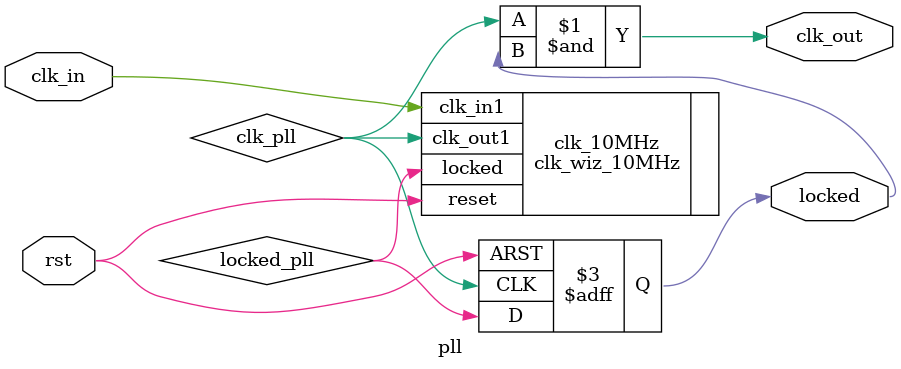
<source format=sv>
`timescale 1ns / 1ps

module pll(
    input  logic    clk_in,
    input  logic    rst,
    output logic    clk_out,
    output logic    locked
    );
    logic           clk_pll;
    logic           locked_pll;
    assign clk_out = clk_pll & locked;
    
     clk_wiz_10MHz clk_10MHz(
        .clk_in1    (clk_in),
        .reset      (rst),
        .clk_out1   (clk_pll),
        .locked     (locked_pll)
    );
    
    always @(posedge clk_pll or posedge rst) begin
        if(rst) locked <= 0;
        else    locked <= locked_pll; 
    end
endmodule

</source>
